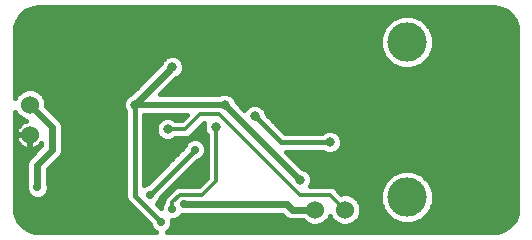
<source format=gbl>
G75*
G70*
%OFA0B0*%
%FSLAX24Y24*%
%IPPOS*%
%LPD*%
%AMOC8*
5,1,8,0,0,1.08239X$1,22.5*
%
%ADD10C,0.0600*%
%ADD11C,0.1310*%
%ADD12C,0.0160*%
%ADD13C,0.0277*%
%ADD14C,0.0317*%
%ADD15C,0.0240*%
%ADD16C,0.0120*%
%ADD17C,0.0200*%
D10*
X001180Y003769D03*
X001180Y004769D03*
X010680Y001269D03*
X011680Y001269D03*
D11*
X013749Y001684D03*
X013749Y006854D03*
D12*
X005296Y000586D02*
X001167Y000586D01*
X001094Y000609D02*
X000907Y000745D01*
X000771Y000933D01*
X000699Y001153D01*
X000690Y001269D01*
X000690Y004541D01*
X000722Y004463D01*
X000874Y004311D01*
X001059Y004234D01*
X000996Y004214D01*
X000928Y004179D01*
X000867Y004135D01*
X000814Y004081D01*
X000769Y004020D01*
X000735Y003953D01*
X000712Y003881D01*
X000700Y003807D01*
X000700Y003789D01*
X001160Y003789D01*
X001160Y003749D01*
X000700Y003749D01*
X000700Y003731D01*
X000712Y003656D01*
X000735Y003584D01*
X000769Y003517D01*
X000814Y003456D01*
X000867Y003403D01*
X000928Y003358D01*
X000996Y003324D01*
X001068Y003301D01*
X001142Y003289D01*
X001160Y003289D01*
X001160Y003749D01*
X001200Y003749D01*
X001200Y003289D01*
X001218Y003289D01*
X001292Y003301D01*
X001364Y003324D01*
X001432Y003358D01*
X001493Y003403D01*
X001546Y003456D01*
X001570Y003489D01*
X001570Y003418D01*
X001125Y002973D01*
X001070Y002840D01*
X001070Y002139D01*
X001051Y002094D01*
X001051Y001943D01*
X001109Y001804D01*
X001215Y001698D01*
X001355Y001640D01*
X001505Y001640D01*
X001645Y001698D01*
X001751Y001804D01*
X001809Y001943D01*
X001809Y002094D01*
X001790Y002139D01*
X001790Y002620D01*
X002134Y002964D01*
X002235Y003065D01*
X002290Y003197D01*
X002290Y004090D01*
X002235Y004223D01*
X001720Y004738D01*
X001720Y004876D01*
X001638Y005075D01*
X001486Y005227D01*
X001287Y005309D01*
X001073Y005309D01*
X000874Y005227D01*
X000722Y005075D01*
X000690Y004997D01*
X000690Y007269D01*
X000699Y007385D01*
X000771Y007605D01*
X000907Y007792D01*
X001094Y007928D01*
X001314Y008000D01*
X001430Y008009D01*
X016680Y008009D01*
X016796Y008000D01*
X017016Y007928D01*
X017203Y007792D01*
X017339Y007605D01*
X017411Y007385D01*
X017420Y007269D01*
X017420Y001269D01*
X017411Y001153D01*
X017339Y000933D01*
X017203Y000745D01*
X017016Y000609D01*
X016796Y000538D01*
X016680Y000529D01*
X005739Y000529D01*
X005770Y000541D01*
X005876Y000648D01*
X005934Y000787D01*
X005934Y000921D01*
X006005Y000921D01*
X006145Y000979D01*
X006243Y001078D01*
X006380Y001078D01*
X006426Y001096D01*
X009593Y001096D01*
X009625Y001065D01*
X009726Y000964D01*
X009858Y000909D01*
X010276Y000909D01*
X010374Y000811D01*
X010573Y000729D01*
X010787Y000729D01*
X010986Y000811D01*
X011138Y000963D01*
X011180Y001065D01*
X011222Y000963D01*
X011374Y000811D01*
X011573Y000729D01*
X011787Y000729D01*
X011986Y000811D01*
X012138Y000963D01*
X012220Y001161D01*
X012220Y001376D01*
X012138Y001575D01*
X011986Y001727D01*
X011787Y001809D01*
X011573Y001809D01*
X011567Y001806D01*
X011350Y002023D01*
X011240Y002069D01*
X010528Y002069D01*
X010578Y002189D01*
X010578Y002348D01*
X010518Y002494D01*
X010406Y002607D01*
X010265Y002665D01*
X009731Y003199D01*
X010937Y003199D01*
X010954Y003181D01*
X011101Y003120D01*
X011259Y003120D01*
X011406Y003181D01*
X011518Y003293D01*
X011578Y003439D01*
X017420Y003439D01*
X017420Y003597D02*
X011578Y003597D01*
X011578Y003598D02*
X011518Y003744D01*
X011406Y003857D01*
X011259Y003917D01*
X011101Y003917D01*
X010954Y003857D01*
X010937Y003839D01*
X009688Y003839D01*
X009078Y004448D01*
X009078Y004473D01*
X009018Y004619D01*
X008906Y004732D01*
X008759Y004792D01*
X008601Y004792D01*
X008454Y004732D01*
X008342Y004619D01*
X008333Y004597D01*
X008076Y004853D01*
X008018Y004994D01*
X007906Y005107D01*
X007759Y005167D01*
X007601Y005167D01*
X007460Y005109D01*
X005529Y005109D01*
X006063Y005643D01*
X006156Y005681D01*
X006268Y005793D01*
X006328Y005939D01*
X006328Y006098D01*
X006268Y006244D01*
X006156Y006357D01*
X006009Y006417D01*
X005851Y006417D01*
X005704Y006357D01*
X005592Y006244D01*
X005554Y006152D01*
X004547Y005145D01*
X004454Y005107D01*
X004342Y004994D01*
X004282Y004848D01*
X004282Y004689D01*
X004342Y004543D01*
X004360Y004525D01*
X004360Y001674D01*
X004409Y001556D01*
X005176Y000789D01*
X005176Y000787D01*
X005234Y000648D01*
X005340Y000541D01*
X005371Y000529D01*
X001430Y000529D01*
X001314Y000538D01*
X001094Y000609D01*
X000908Y000744D02*
X005194Y000744D01*
X005062Y000903D02*
X000792Y000903D01*
X000729Y001061D02*
X004904Y001061D01*
X004745Y001220D02*
X000694Y001220D01*
X000690Y001378D02*
X004587Y001378D01*
X004428Y001537D02*
X000690Y001537D01*
X000690Y001695D02*
X001221Y001695D01*
X001088Y001854D02*
X000690Y001854D01*
X000690Y002012D02*
X001051Y002012D01*
X001070Y002171D02*
X000690Y002171D01*
X000690Y002329D02*
X001070Y002329D01*
X001070Y002488D02*
X000690Y002488D01*
X000690Y002646D02*
X001070Y002646D01*
X001070Y002805D02*
X000690Y002805D01*
X000690Y002963D02*
X001121Y002963D01*
X001274Y003122D02*
X000690Y003122D01*
X000690Y003280D02*
X001432Y003280D01*
X001529Y003439D02*
X001570Y003439D01*
X001200Y003439D02*
X001160Y003439D01*
X001160Y003597D02*
X001200Y003597D01*
X001160Y003756D02*
X000690Y003756D01*
X000690Y003914D02*
X000723Y003914D01*
X000690Y004073D02*
X000808Y004073D01*
X000690Y004231D02*
X001050Y004231D01*
X000795Y004390D02*
X000690Y004390D01*
X001751Y004707D02*
X004282Y004707D01*
X004289Y004865D02*
X001720Y004865D01*
X001659Y005024D02*
X004372Y005024D01*
X004584Y005182D02*
X001530Y005182D01*
X000830Y005182D02*
X000690Y005182D01*
X000690Y005024D02*
X000701Y005024D01*
X000690Y005341D02*
X004743Y005341D01*
X004901Y005499D02*
X000690Y005499D01*
X000690Y005658D02*
X005060Y005658D01*
X005218Y005816D02*
X000690Y005816D01*
X000690Y005975D02*
X005377Y005975D01*
X005535Y006133D02*
X000690Y006133D01*
X000690Y006292D02*
X005640Y006292D01*
X006220Y006292D02*
X013045Y006292D01*
X012990Y006347D02*
X013242Y006095D01*
X013571Y005959D01*
X013927Y005959D01*
X014256Y006095D01*
X014508Y006347D01*
X014644Y006676D01*
X014644Y007032D01*
X014508Y007361D01*
X014256Y007612D01*
X013927Y007749D01*
X013571Y007749D01*
X013242Y007612D01*
X012990Y007361D01*
X012854Y007032D01*
X012854Y006676D01*
X012990Y006347D01*
X012947Y006450D02*
X000690Y006450D01*
X000690Y006609D02*
X012882Y006609D01*
X012854Y006767D02*
X000690Y006767D01*
X000690Y006926D02*
X012854Y006926D01*
X012876Y007084D02*
X000690Y007084D01*
X000690Y007243D02*
X012941Y007243D01*
X013031Y007401D02*
X000705Y007401D01*
X000756Y007560D02*
X013189Y007560D01*
X013497Y007718D02*
X000853Y007718D01*
X001023Y007877D02*
X017087Y007877D01*
X017257Y007718D02*
X014001Y007718D01*
X014309Y007560D02*
X017354Y007560D01*
X017405Y007401D02*
X014467Y007401D01*
X014557Y007243D02*
X017420Y007243D01*
X017420Y007084D02*
X014622Y007084D01*
X014644Y006926D02*
X017420Y006926D01*
X017420Y006767D02*
X014644Y006767D01*
X014616Y006609D02*
X017420Y006609D01*
X017420Y006450D02*
X014551Y006450D01*
X014453Y006292D02*
X017420Y006292D01*
X017420Y006133D02*
X014294Y006133D01*
X013966Y005975D02*
X017420Y005975D01*
X017420Y005816D02*
X006277Y005816D01*
X006328Y005975D02*
X013532Y005975D01*
X013204Y006133D02*
X006314Y006133D01*
X006100Y005658D02*
X017420Y005658D01*
X017420Y005499D02*
X005920Y005499D01*
X005761Y005341D02*
X017420Y005341D01*
X017420Y005182D02*
X005603Y005182D01*
X004680Y004769D02*
X004680Y001738D01*
X005555Y000863D01*
X005916Y000744D02*
X010535Y000744D01*
X010825Y000744D02*
X011535Y000744D01*
X011825Y000744D02*
X017202Y000744D01*
X017318Y000903D02*
X014202Y000903D01*
X014256Y000925D02*
X014508Y001177D01*
X014644Y001506D01*
X014644Y001862D01*
X014508Y002191D01*
X014256Y002442D01*
X013927Y002579D01*
X013571Y002579D01*
X013242Y002442D01*
X012990Y002191D01*
X012854Y001862D01*
X012854Y001506D01*
X012990Y001177D01*
X013242Y000925D01*
X013571Y000789D01*
X013927Y000789D01*
X014256Y000925D01*
X014392Y001061D02*
X017381Y001061D01*
X017416Y001220D02*
X014525Y001220D01*
X014591Y001378D02*
X017420Y001378D01*
X017420Y001537D02*
X014644Y001537D01*
X014644Y001695D02*
X017420Y001695D01*
X017420Y001854D02*
X014644Y001854D01*
X014582Y002012D02*
X017420Y002012D01*
X017420Y002171D02*
X014516Y002171D01*
X014369Y002329D02*
X017420Y002329D01*
X017420Y002488D02*
X014147Y002488D01*
X013351Y002488D02*
X010521Y002488D01*
X010578Y002329D02*
X013129Y002329D01*
X012982Y002171D02*
X010571Y002171D01*
X011361Y002012D02*
X012916Y002012D01*
X012854Y001854D02*
X011519Y001854D01*
X012017Y001695D02*
X012854Y001695D01*
X012854Y001537D02*
X012153Y001537D01*
X012219Y001378D02*
X012907Y001378D01*
X012972Y001220D02*
X012220Y001220D01*
X012179Y001061D02*
X013106Y001061D01*
X013296Y000903D02*
X012078Y000903D01*
X011282Y000903D02*
X011078Y000903D01*
X011179Y001061D02*
X011181Y001061D01*
X010282Y000903D02*
X005934Y000903D01*
X006227Y001061D02*
X009628Y001061D01*
X007074Y002337D02*
X006806Y002069D01*
X006120Y002069D01*
X006010Y002023D01*
X005926Y001939D01*
X005676Y001689D01*
X005630Y001578D01*
X005630Y001536D01*
X005609Y001515D01*
X005551Y001375D01*
X005551Y001319D01*
X005408Y001462D01*
X005501Y001554D01*
X005559Y001693D01*
X005559Y001695D01*
X005682Y001695D01*
X005559Y001695D02*
X006754Y002890D01*
X006755Y002890D01*
X006895Y002948D01*
X007001Y003054D01*
X007059Y003193D01*
X007059Y003344D01*
X007001Y003483D01*
X006895Y003590D01*
X006755Y003647D01*
X006605Y003647D01*
X006465Y003590D01*
X006359Y003483D01*
X006301Y003344D01*
X006301Y003343D01*
X005106Y002147D01*
X005105Y002147D01*
X005000Y002104D01*
X005000Y004429D01*
X006416Y004429D01*
X006243Y004256D01*
X006037Y004256D01*
X005999Y004294D01*
X005853Y004355D01*
X005694Y004355D01*
X005548Y004294D01*
X005436Y004182D01*
X005375Y004036D01*
X005375Y003877D01*
X005436Y003731D01*
X005548Y003618D01*
X005694Y003558D01*
X005853Y003558D01*
X005999Y003618D01*
X006037Y003656D01*
X006427Y003656D01*
X006537Y003702D01*
X006992Y004156D01*
X006999Y004156D01*
X006975Y004098D01*
X006975Y003939D01*
X007036Y003793D01*
X007074Y003755D01*
X007074Y002337D01*
X007066Y002329D02*
X006193Y002329D01*
X006035Y002171D02*
X006908Y002171D01*
X007074Y002488D02*
X006352Y002488D01*
X006510Y002646D02*
X007074Y002646D01*
X007074Y002805D02*
X006669Y002805D01*
X006910Y002963D02*
X007074Y002963D01*
X007074Y003122D02*
X007029Y003122D01*
X007059Y003280D02*
X007074Y003280D01*
X007074Y003439D02*
X007020Y003439D01*
X007074Y003597D02*
X006877Y003597D01*
X007073Y003756D02*
X006591Y003756D01*
X006483Y003597D02*
X005948Y003597D01*
X005599Y003597D02*
X005000Y003597D01*
X005000Y003439D02*
X006340Y003439D01*
X006239Y003280D02*
X005000Y003280D01*
X005000Y003122D02*
X006080Y003122D01*
X005922Y002963D02*
X005000Y002963D01*
X005000Y002805D02*
X005763Y002805D01*
X005605Y002646D02*
X005000Y002646D01*
X005000Y002488D02*
X005446Y002488D01*
X005288Y002329D02*
X005000Y002329D01*
X005000Y002171D02*
X005129Y002171D01*
X005718Y001854D02*
X005841Y001854D01*
X005876Y002012D02*
X005999Y002012D01*
X005180Y001769D02*
X006680Y003269D01*
X005426Y003756D02*
X005000Y003756D01*
X005000Y003914D02*
X005375Y003914D01*
X005391Y004073D02*
X005000Y004073D01*
X005000Y004231D02*
X005485Y004231D01*
X005000Y004390D02*
X006377Y004390D01*
X006908Y004073D02*
X006975Y004073D01*
X006986Y003914D02*
X006750Y003914D01*
X008223Y004707D02*
X008430Y004707D01*
X008071Y004865D02*
X017420Y004865D01*
X017420Y004707D02*
X008930Y004707D01*
X009047Y004548D02*
X017420Y004548D01*
X017420Y004390D02*
X009137Y004390D01*
X009295Y004231D02*
X017420Y004231D01*
X017420Y004073D02*
X009454Y004073D01*
X009612Y003914D02*
X011094Y003914D01*
X011266Y003914D02*
X017420Y003914D01*
X017420Y003756D02*
X011506Y003756D01*
X011578Y003598D02*
X011578Y003439D01*
X011505Y003280D02*
X017420Y003280D01*
X017420Y003122D02*
X011263Y003122D01*
X011097Y003122D02*
X009808Y003122D01*
X009966Y002963D02*
X017420Y002963D01*
X017420Y002805D02*
X010125Y002805D01*
X010310Y002646D02*
X017420Y002646D01*
X016943Y000586D02*
X005814Y000586D01*
X005552Y001378D02*
X005492Y001378D01*
X005484Y001537D02*
X005630Y001537D01*
X004360Y001695D02*
X001639Y001695D01*
X001772Y001854D02*
X004360Y001854D01*
X004360Y002012D02*
X001809Y002012D01*
X001790Y002171D02*
X004360Y002171D01*
X004360Y002329D02*
X001790Y002329D01*
X001790Y002488D02*
X004360Y002488D01*
X004360Y002646D02*
X001817Y002646D01*
X001975Y002805D02*
X004360Y002805D01*
X004360Y002963D02*
X002134Y002963D01*
X002259Y003122D02*
X004360Y003122D01*
X004360Y003280D02*
X002290Y003280D01*
X002290Y003439D02*
X004360Y003439D01*
X004360Y003597D02*
X002290Y003597D01*
X002290Y003756D02*
X004360Y003756D01*
X004360Y003914D02*
X002290Y003914D01*
X002290Y004073D02*
X004360Y004073D01*
X004360Y004231D02*
X002227Y004231D01*
X002068Y004390D02*
X004360Y004390D01*
X004340Y004548D02*
X001910Y004548D01*
X000731Y003597D02*
X000690Y003597D01*
X000690Y003439D02*
X000831Y003439D01*
X007988Y005024D02*
X017420Y005024D01*
X011180Y003519D02*
X009555Y003519D01*
X008680Y004394D01*
D13*
X006805Y003769D03*
X006680Y003269D03*
X006711Y002675D03*
X006711Y002363D03*
X005149Y002363D03*
X005149Y002675D03*
X005180Y001769D03*
X005930Y001300D03*
X006305Y001456D03*
X005555Y000863D03*
X001430Y002019D03*
X003930Y004519D03*
D14*
X004680Y004769D03*
X005774Y003956D03*
X007374Y004019D03*
X008680Y004394D03*
X007680Y004769D03*
X006680Y006019D03*
X005930Y006019D03*
X004680Y006519D03*
X011180Y003519D03*
X010180Y002269D03*
D15*
X009743Y001456D02*
X009930Y001269D01*
X010680Y001269D01*
X009743Y001456D02*
X006305Y001456D01*
X001930Y003269D02*
X001930Y004019D01*
X001180Y004769D01*
X001930Y003269D02*
X001430Y002769D01*
X001430Y002019D01*
X004680Y004769D02*
X005930Y006019D01*
D16*
X006868Y004456D02*
X007493Y004456D01*
X010180Y001769D01*
X011180Y001769D01*
X011680Y001269D01*
X007374Y002213D02*
X006930Y001769D01*
X006180Y001769D01*
X005930Y001519D01*
X005930Y001300D01*
X007374Y002213D02*
X007374Y004019D01*
X006868Y004456D02*
X006368Y003956D01*
X005774Y003956D01*
D17*
X004680Y004769D02*
X007680Y004769D01*
X010180Y002269D01*
M02*

</source>
